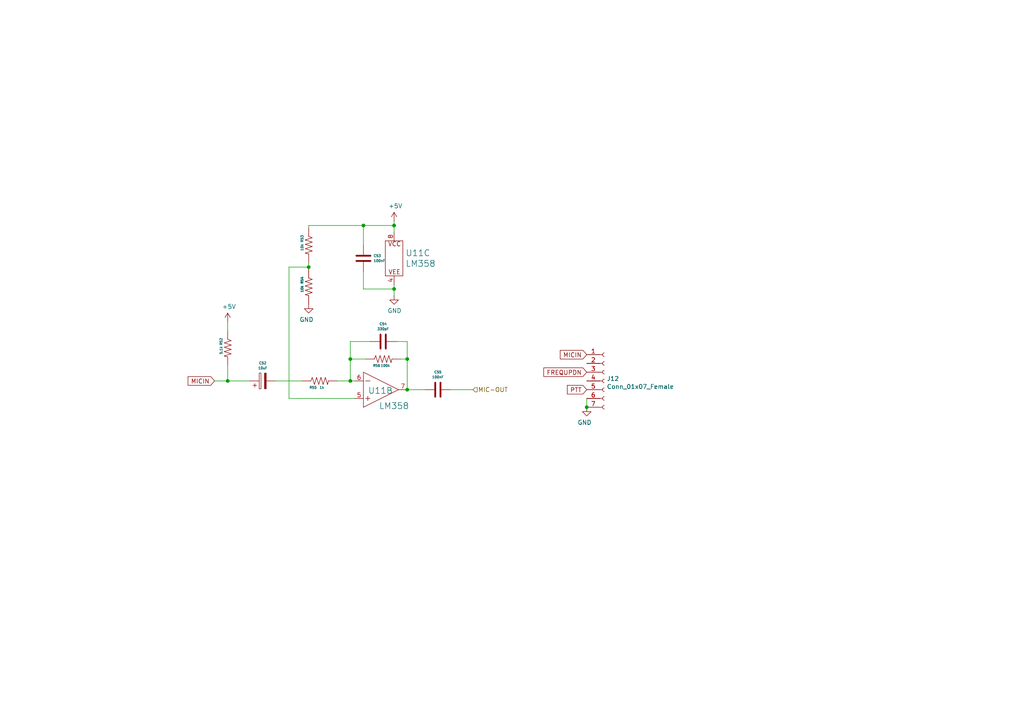
<source format=kicad_sch>
(kicad_sch (version 20211123) (generator eeschema)
  (paper "A4")
  (lib_symbols
    (symbol "Connector:Conn_01x07_Female" (pin_names (offset 1.016) hide)
      (property "Reference" "J" (at 0 10.16 0))
      (property "Value" "Conn_01x07_Female" (at 0 -10.16 0))
      (symbol "Conn_01x07_Female_1_1"
        (arc (start 0 -7.112) (mid -0.508 -7.62) (end 0 -8.128) (stroke (width 0.1524)))
        (arc (start 0 -4.572) (mid -0.508 -5.08) (end 0 -5.588) (stroke (width 0.1524)))
        (arc (start 0 -2.032) (mid -0.508 -2.54) (end 0 -3.048) (stroke (width 0.1524)))
        (polyline (pts (xy -1.27 -7.62) (xy -0.508 -7.62)) (stroke (width 0.1524)))
        (polyline (pts (xy -1.27 -5.08) (xy -0.508 -5.08)) (stroke (width 0.1524)))
        (polyline (pts (xy -1.27 -2.54) (xy -0.508 -2.54)) (stroke (width 0.1524)))
        (polyline (pts (xy -1.27 0) (xy -0.508 0)) (stroke (width 0.1524)))
        (polyline (pts (xy -1.27 2.54) (xy -0.508 2.54)) (stroke (width 0.1524)))
        (polyline (pts (xy -1.27 5.08) (xy -0.508 5.08)) (stroke (width 0.1524)))
        (polyline (pts (xy -1.27 7.62) (xy -0.508 7.62)) (stroke (width 0.1524)))
        (arc (start 0 0.508) (mid -0.508 0) (end 0 -0.508) (stroke (width 0.1524)))
        (arc (start 0 3.048) (mid -0.508 2.54) (end 0 2.032) (stroke (width 0.1524)))
        (arc (start 0 5.588) (mid -0.508 5.08) (end 0 4.572) (stroke (width 0.1524)))
        (arc (start 0 8.128) (mid -0.508 7.62) (end 0 7.112) (stroke (width 0.1524)))
        (pin passive line (at -5.08 7.62 0) (length 3.81) (name "Pin_1") (number "1"))
        (pin passive line (at -5.08 5.08 0) (length 3.81) (name "Pin_2") (number "2"))
        (pin passive line (at -5.08 2.54 0) (length 3.81) (name "Pin_3") (number "3"))
        (pin passive line (at -5.08 0 0) (length 3.81) (name "Pin_4") (number "4"))
        (pin passive line (at -5.08 -2.54 0) (length 3.81) (name "Pin_5") (number "5"))
        (pin passive line (at -5.08 -5.08 0) (length 3.81) (name "Pin_6") (number "6"))
        (pin passive line (at -5.08 -7.62 0) (length 3.81) (name "Pin_7") (number "7"))
      )
    )
    (symbol "mic-preamp-rescue:Cap_Polarized-Xenir" (pin_names (offset 1.016))
      (property "Reference" "C" (at 0 -5.715 0))
      (property "Value" "Cap_Polarized-Xenir" (at 0 1.27 0))
      (symbol "Cap_Polarized-Xenir_1_1"
        (rectangle (start -0.508 -4.826) (end -1.016 -0.254))
        (polyline (pts (xy -2.794 -3.81) (xy -1.778 -3.81)))
        (polyline (pts (xy -2.286 -4.318) (xy -2.286 -3.302)))
        (rectangle (start 0.508 -0.254) (end 1.016 -4.826) (fill (type outline)))
        (pin passive line (at -3.81 -2.54 0) (length 2.794) (name "~") (number "1"))
        (pin passive line (at 3.81 -2.54 180) (length 2.794) (name "~") (number "2"))
      )
    )
    (symbol "mic-preamp-rescue:Capacitor-Xenir" (pin_names (offset 1.016))
      (property "Reference" "C" (at 0 3.175 0))
      (property "Value" "Capacitor-Xenir" (at 0 -3.175 0))
      (symbol "Capacitor-Xenir_1_1"
        (polyline (pts (xy -0.762 -2.032) (xy -0.762 2.032)) (stroke (width 0.508)))
        (polyline (pts (xy 0.762 -2.032) (xy 0.762 2.032)) (stroke (width 0.508)))
        (pin passive line (at -3.81 0 0) (length 2.794) (name "~") (number "1"))
        (pin passive line (at 3.81 0 180) (length 2.794) (name "~") (number "2"))
      )
    )
    (symbol "mic-preamp-rescue:LM358-Xenir" (pin_names (offset 1.016))
      (property "Reference" "U" (at -3.81 -1.27 0))
      (property "Value" "LM358-Xenir" (at -1.27 6.35 0))
      (symbol "LM358-Xenir_1_0"
        (polyline (pts (xy -5.08 -5.08) (xy 5.08 0)))
        (polyline (pts (xy -5.08 5.08) (xy -5.08 -5.08)))
        (polyline (pts (xy -4.445 -2.54) (xy -3.175 -2.54)))
        (polyline (pts (xy -4.445 2.54) (xy -3.175 2.54)))
        (polyline (pts (xy -3.81 -1.905) (xy -3.81 -3.175)))
        (polyline (pts (xy 5.08 0) (xy -5.08 5.08)))
        (pin output line (at 7.62 0 180) (length 2.54) (name "OUT") (number "1"))
        (pin input line (at -7.62 2.54 0) (length 2.54) (name "-IN") (number "2"))
        (pin input line (at -7.62 -2.54 0) (length 2.54) (name "+IN") (number "3"))
      )
      (symbol "LM358-Xenir_2_0"
        (polyline (pts (xy -5.08 -5.08) (xy 5.08 0)))
        (polyline (pts (xy -5.08 5.08) (xy -5.08 -5.08)))
        (polyline (pts (xy -4.445 -2.54) (xy -3.175 -2.54)))
        (polyline (pts (xy -4.445 2.54) (xy -3.175 2.54)))
        (polyline (pts (xy -3.81 -1.905) (xy -3.81 -3.175)))
        (polyline (pts (xy 5.08 0) (xy -5.08 5.08)))
        (pin input line (at -7.62 -2.54 0) (length 2.54) (name "+IN") (number "5"))
        (pin input line (at -7.62 2.54 0) (length 2.54) (name "-IN") (number "6"))
        (pin output line (at 7.62 0 180) (length 2.54) (name "OUT") (number "7"))
      )
      (symbol "LM358-Xenir_3_0"
        (polyline (pts (xy -5.08 -5.08) (xy -5.08 5.08)))
        (polyline (pts (xy -5.08 5.08) (xy 0 5.08)))
        (polyline (pts (xy 0 -5.08) (xy -5.08 -5.08)))
        (polyline (pts (xy 0 5.08) (xy 0 -5.08)))
        (text "VCC" (at -2.413 3.429 0) (effects (font (size 1.27 1.27)) (justify bottom)))
        (text "VEE" (at -2.413 -4.699 0) (effects (font (size 1.27 1.27)) (justify bottom)))
        (pin bidirectional line (at -2.54 -7.62 90) (length 2.54) (name "P$V-") (number "4"))
        (pin bidirectional line (at -2.54 7.62 270) (length 2.54) (name "P$V+") (number "8"))
      )
    )
    (symbol "mic-preamp-rescue:Resistor-Xenir" (pin_names (offset 1.016))
      (property "Reference" "R" (at 0 1.905 0))
      (property "Value" "Resistor-Xenir" (at 0 -1.905 0))
      (symbol "Resistor-Xenir_1_1"
        (polyline (pts (xy -2.54 0) (xy -2.159 1.016)))
        (polyline (pts (xy -2.159 1.016) (xy -1.524 -1.016)))
        (polyline (pts (xy -1.524 -1.016) (xy -0.889 1.016)))
        (polyline (pts (xy -0.889 1.016) (xy -0.254 -1.016)))
        (polyline (pts (xy -0.254 -1.016) (xy 0.381 1.016)))
        (polyline (pts (xy 0.381 1.016) (xy 1.016 -1.016)))
        (polyline (pts (xy 1.016 -1.016) (xy 1.651 1.016)))
        (polyline (pts (xy 1.651 1.016) (xy 2.286 -1.016)))
        (polyline (pts (xy 2.286 -1.016) (xy 2.54 0)))
        (pin passive line (at -5.08 0 0) (length 2.54) (name "1") (number "1"))
        (pin passive line (at 5.08 0 180) (length 2.54) (name "2") (number "2"))
      )
    )
    (symbol "power:+5V" (power) (pin_names (offset 0))
      (property "Value" "+5V" (at 0 3.556 0))
      (symbol "+5V_0_1"
        (polyline (pts (xy -0.762 1.27) (xy 0 2.54)))
        (polyline (pts (xy 0 0) (xy 0 2.54)))
        (polyline (pts (xy 0 2.54) (xy 0.762 1.27)))
      )
      (symbol "+5V_1_1"
        (pin power_in line (at 0 0 90) (length 0) hide (name "+5V") (number "1"))
      )
    )
    (symbol "power:GND" (power) (pin_names (offset 0))
      (property "Value" "GND" (at 0 -3.81 0))
      (symbol "GND_0_1"
        (polyline (pts (xy 0 0) (xy 0 -1.27) (xy 1.27 -1.27) (xy 0 -2.54) (xy -1.27 -1.27) (xy 0 -1.27)))
      )
      (symbol "GND_1_1"
        (pin power_in line (at 0 0 270) (length 0) hide (name "GND") (number "1"))
      )
    )
  )
  (junction (at 101.6 110.49))
  (junction (at 170.18 118.11))
  (junction (at 114.3 65.405))
  (junction (at 66.04 110.49))
  (junction (at 101.6 104.14))
  (junction (at 89.535 77.47))
  (junction (at 114.3 83.82))
  (junction (at 118.11 113.03))
  (junction (at 118.11 104.14))
  (junction (at 105.41 65.405))
  (wire (pts (xy 89.535 77.47) (xy 89.535 78.105)))
  (wire (pts (xy 114.3 83.82) (xy 105.41 83.82)))
  (wire (pts (xy 170.18 115.57) (xy 170.18 118.11)))
  (wire (pts (xy 114.3 67.31) (xy 114.3 65.405)))
  (wire (pts (xy 118.11 99.06) (xy 118.11 104.14)))
  (wire (pts (xy 101.6 99.06) (xy 101.6 104.14)))
  (wire (pts (xy 83.82 115.57) (xy 83.82 77.47)))
  (wire (pts (xy 105.41 83.82) (xy 105.41 78.74)))
  (wire (pts (xy 114.3 83.82) (xy 114.3 85.725)))
  (wire (pts (xy 118.11 113.03) (xy 123.19 113.03)))
  (wire (pts (xy 66.04 110.49) (xy 72.39 110.49)))
  (wire (pts (xy 116.205 104.14) (xy 118.11 104.14)))
  (wire (pts (xy 89.535 77.47) (xy 83.82 77.47)))
  (wire (pts (xy 114.3 65.405) (xy 114.3 64.135)))
  (wire (pts (xy 62.23 110.49) (xy 66.04 110.49)))
  (wire (pts (xy 106.045 104.14) (xy 101.6 104.14)))
  (wire (pts (xy 66.04 106.045) (xy 66.04 110.49)))
  (wire (pts (xy 102.87 115.57) (xy 83.82 115.57)))
  (wire (pts (xy 66.04 93.345) (xy 66.04 95.885)))
  (wire (pts (xy 101.6 104.14) (xy 101.6 110.49)))
  (wire (pts (xy 114.935 99.06) (xy 118.11 99.06)))
  (wire (pts (xy 102.87 110.49) (xy 101.6 110.49)))
  (wire (pts (xy 114.3 82.55) (xy 114.3 83.82)))
  (wire (pts (xy 105.41 65.405) (xy 114.3 65.405)))
  (wire (pts (xy 89.535 65.405) (xy 105.41 65.405)))
  (wire (pts (xy 80.01 110.49) (xy 87.63 110.49)))
  (wire (pts (xy 105.41 71.12) (xy 105.41 65.405)))
  (wire (pts (xy 118.11 104.14) (xy 118.11 113.03)))
  (wire (pts (xy 130.81 113.03) (xy 137.16 113.03)))
  (wire (pts (xy 89.535 66.04) (xy 89.535 65.405)))
  (wire (pts (xy 101.6 110.49) (xy 97.79 110.49)))
  (wire (pts (xy 89.535 76.2) (xy 89.535 77.47)))
  (wire (pts (xy 107.315 99.06) (xy 101.6 99.06)))
  (global_label "PTT" (shape input) (at 170.18 113.03 180) (property "Intersheet References" "${INTERSHEET_REFS}" (effects hide)))
  (global_label "FREQUPDN" (shape input) (at 170.18 107.95 180) (property "Intersheet References" "${INTERSHEET_REFS}" (effects hide)))
  (global_label "MICIN" (shape input) (at 62.23 110.49 180) (property "Intersheet References" "${INTERSHEET_REFS}" (effects hide)))
  (global_label "MICIN" (shape input) (at 170.18 102.87 180) (property "Intersheet References" "${INTERSHEET_REFS}" (effects hide)))
  (hierarchical_label "MIC-OUT" (shape input) (at 137.16 113.03 0))
  (symbol (lib_id "power:GND") (at 114.3 85.725 0) (unit 1)
    (property "Reference" "#PWR0209" (effects hide))
    (property "Value" "GND" (at 114.427 90.1192 0))
  )
  (symbol (lib_id "power:+5V") (at 66.04 93.345 0) (unit 1)
    (property "Reference" "#PWR0211" (effects hide))
    (property "Value" "+5V" (at 66.421 88.9508 0))
  )
  (symbol (lib_id "mic-preamp-rescue:Resistor-Xenir") (at 89.535 71.12 270) (unit 1)
    (property "Reference" "R53" (at 87.63 69.215 0) (effects (font (size 0.7112 0.7112))))
    (property "Value" "10k" (at 87.63 71.755 0) (effects (font (size 0.7112 0.7112))))
    (property "Footprint" "Resistor_SMD:R_0805_2012Metric" (effects hide))
  )
  (symbol (lib_id "power:GND") (at 170.18 118.11 0) (unit 1)
    (property "Reference" "#PWR0210" (effects hide))
    (property "Value" "GND" (at 169.545 122.555 0))
  )
  (symbol (lib_id "mic-preamp-rescue:LM358-Xenir") (at 116.84 74.93 0) (unit 3)
    (property "Reference" "U11" (at 117.5512 73.3806 0) (effects (font (size 1.778 1.778)) (justify left)))
    (property "Value" "LM358" (at 117.5512 76.454 0) (effects (font (size 1.778 1.778)) (justify left)))
    (property "Footprint" "xenir:SOIC8" (effects hide))
  )
  (symbol (lib_id "mic-preamp-rescue:Resistor-Xenir") (at 89.535 83.185 270) (unit 1)
    (property "Reference" "R54" (at 87.63 81.28 0) (effects (font (size 0.7112 0.7112))))
    (property "Value" "10k" (at 87.63 83.82 0) (effects (font (size 0.7112 0.7112))))
    (property "Footprint" "Resistor_SMD:R_0805_2012Metric" (effects hide))
  )
  (symbol (lib_id "mic-preamp-rescue:Capacitor-Xenir") (at 105.41 74.93 270) (unit 1)
    (property "Reference" "C53" (at 108.331 74.1934 90) (effects (font (size 0.7112 0.7112)) (justify left)))
    (property "Value" "100nF" (at 108.331 75.6412 90) (effects (font (size 0.7112 0.7112)) (justify left)))
    (property "Footprint" "Capacitor_SMD:C_1206_3216Metric" (effects hide))
  )
  (symbol (lib_id "Connector:Conn_01x07_Female") (at 175.26 110.49 0) (unit 1)
    (property "Reference" "J12" (at 175.9712 109.8296 0) (effects (justify left)))
    (property "Value" "Conn_01x07_Female" (at 175.9712 112.141 0) (effects (justify left)))
    (property "Footprint" "Connector_PinHeader_2.54mm:PinHeader_1x07_P2.54mm_Vertical" (effects hide))
  )
  (symbol (lib_id "mic-preamp-rescue:Resistor-Xenir") (at 92.71 110.49 0) (unit 1)
    (property "Reference" "R55" (at 90.805 112.395 0) (effects (font (size 0.7112 0.7112))))
    (property "Value" "1k" (at 93.345 112.395 0) (effects (font (size 0.7112 0.7112))))
    (property "Footprint" "Resistor_SMD:R_0805_2012Metric" (effects hide))
  )
  (symbol (lib_id "power:GND") (at 89.535 88.265 0) (unit 1)
    (property "Reference" "#PWR0208" (effects hide))
    (property "Value" "GND" (at 88.9 92.71 0))
  )
  (symbol (lib_id "mic-preamp-rescue:Capacitor-Xenir") (at 127 113.03 180) (unit 1)
    (property "Reference" "C55" (at 127 107.9246 0) (effects (font (size 0.7112 0.7112))))
    (property "Value" "100nF" (at 127 109.3724 0) (effects (font (size 0.7112 0.7112))))
    (property "Footprint" "Capacitor_SMD:C_1206_3216Metric" (effects hide))
  )
  (symbol (lib_id "power:+5V") (at 114.3 64.135 0) (unit 1)
    (property "Reference" "#PWR0207" (effects hide))
    (property "Value" "+5V" (at 114.681 59.7408 0))
  )
  (symbol (lib_id "mic-preamp-rescue:Cap_Polarized-Xenir") (at 76.2 107.95 0) (unit 1)
    (property "Reference" "C52" (at 76.2 105.3084 0) (effects (font (size 0.7112 0.7112))))
    (property "Value" "10uF" (at 76.2 106.7562 0) (effects (font (size 0.7112 0.7112))))
    (property "Footprint" "Capacitor_SMD:CP_Elec_4x5.4" (effects hide))
  )
  (symbol (lib_id "mic-preamp-rescue:Capacitor-Xenir") (at 111.125 99.06 180) (unit 1)
    (property "Reference" "C54" (at 111.125 93.9546 0) (effects (font (size 0.7112 0.7112))))
    (property "Value" "330pF" (at 111.125 95.4024 0) (effects (font (size 0.7112 0.7112))))
    (property "Footprint" "Capacitor_SMD:C_1206_3216Metric" (effects hide))
  )
  (symbol (lib_id "mic-preamp-rescue:LM358-Xenir") (at 110.49 113.03 0) (unit 2)
    (property "Reference" "U11" (at 106.68 114.3 0) (effects (font (size 1.778 1.778)) (justify left bottom)))
    (property "Value" "LM358" (at 109.855 118.745 0) (effects (font (size 1.778 1.778)) (justify left bottom)))
    (property "Footprint" "xenir:SOIC8" (effects hide))
  )
  (symbol (lib_id "mic-preamp-rescue:Resistor-Xenir") (at 66.04 100.965 270) (unit 1)
    (property "Reference" "R52" (at 64.135 99.06 0) (effects (font (size 0.7112 0.7112))))
    (property "Value" "5.1k" (at 64.135 101.6 0) (effects (font (size 0.7112 0.7112))))
    (property "Footprint" "Resistor_SMD:R_0805_2012Metric" (effects hide))
  )
  (symbol (lib_id "mic-preamp-rescue:Resistor-Xenir") (at 111.125 104.14 0) (unit 1)
    (property "Reference" "R56" (at 109.22 106.045 0) (effects (font (size 0.7112 0.7112))))
    (property "Value" "100k" (at 111.76 106.045 0) (effects (font (size 0.7112 0.7112))))
    (property "Footprint" "Resistor_SMD:R_0805_2012Metric" (effects hide))
  )
)
</source>
